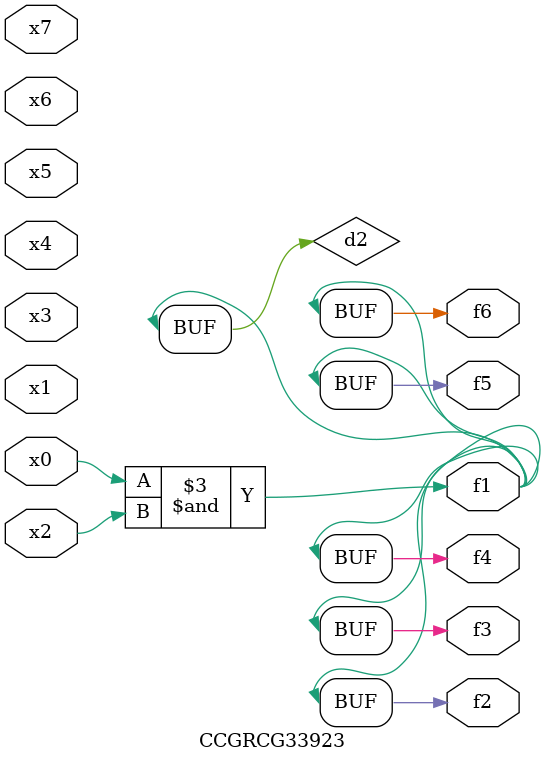
<source format=v>
module CCGRCG33923(
	input x0, x1, x2, x3, x4, x5, x6, x7,
	output f1, f2, f3, f4, f5, f6
);

	wire d1, d2;

	nor (d1, x3, x6);
	and (d2, x0, x2);
	assign f1 = d2;
	assign f2 = d2;
	assign f3 = d2;
	assign f4 = d2;
	assign f5 = d2;
	assign f6 = d2;
endmodule

</source>
